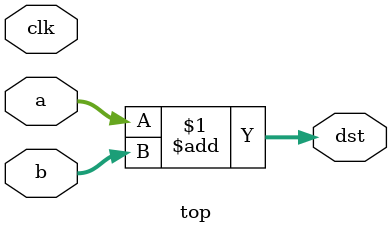
<source format=v>

module top ( input wire clk, input wire [7:0] a, input wire [7:0] b, output reg [7:0] dst);
  assign dst = a + b;
endmodule

</source>
